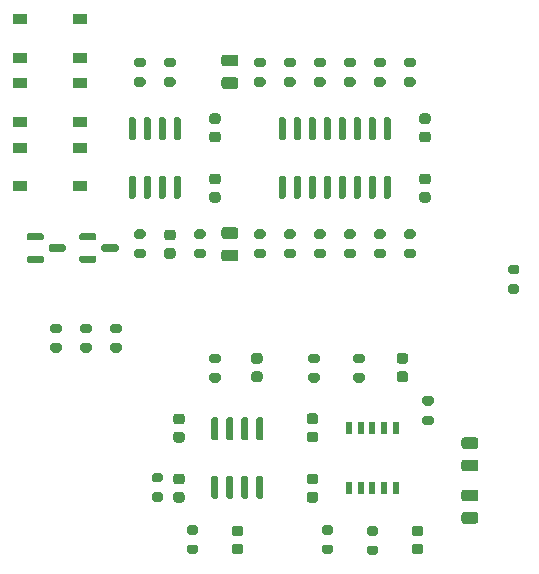
<source format=gtp>
G04 #@! TF.GenerationSoftware,KiCad,Pcbnew,6.0.5+dfsg-1~bpo11+1*
G04 #@! TF.CreationDate,2022-08-08T19:40:30+00:00*
G04 #@! TF.ProjectId,late_MS20_VCF_plug_in_board,6c617465-5f4d-4533-9230-5f5643465f70,0.1*
G04 #@! TF.SameCoordinates,Original*
G04 #@! TF.FileFunction,Paste,Top*
G04 #@! TF.FilePolarity,Positive*
%FSLAX46Y46*%
G04 Gerber Fmt 4.6, Leading zero omitted, Abs format (unit mm)*
G04 Created by KiCad (PCBNEW 6.0.5+dfsg-1~bpo11+1) date 2022-08-08 19:40:30*
%MOMM*%
%LPD*%
G01*
G04 APERTURE LIST*
%ADD10R,1.200000X0.900000*%
%ADD11R,0.510000X1.100000*%
G04 APERTURE END LIST*
G36*
G01*
X167490000Y-84815000D02*
X167790000Y-84815000D01*
G75*
G02*
X167940000Y-84965000I0J-150000D01*
G01*
X167940000Y-86615000D01*
G75*
G02*
X167790000Y-86765000I-150000J0D01*
G01*
X167490000Y-86765000D01*
G75*
G02*
X167340000Y-86615000I0J150000D01*
G01*
X167340000Y-84965000D01*
G75*
G02*
X167490000Y-84815000I150000J0D01*
G01*
G37*
G36*
G01*
X166220000Y-84815000D02*
X166520000Y-84815000D01*
G75*
G02*
X166670000Y-84965000I0J-150000D01*
G01*
X166670000Y-86615000D01*
G75*
G02*
X166520000Y-86765000I-150000J0D01*
G01*
X166220000Y-86765000D01*
G75*
G02*
X166070000Y-86615000I0J150000D01*
G01*
X166070000Y-84965000D01*
G75*
G02*
X166220000Y-84815000I150000J0D01*
G01*
G37*
G36*
G01*
X164950000Y-84815000D02*
X165250000Y-84815000D01*
G75*
G02*
X165400000Y-84965000I0J-150000D01*
G01*
X165400000Y-86615000D01*
G75*
G02*
X165250000Y-86765000I-150000J0D01*
G01*
X164950000Y-86765000D01*
G75*
G02*
X164800000Y-86615000I0J150000D01*
G01*
X164800000Y-84965000D01*
G75*
G02*
X164950000Y-84815000I150000J0D01*
G01*
G37*
G36*
G01*
X163680000Y-84815000D02*
X163980000Y-84815000D01*
G75*
G02*
X164130000Y-84965000I0J-150000D01*
G01*
X164130000Y-86615000D01*
G75*
G02*
X163980000Y-86765000I-150000J0D01*
G01*
X163680000Y-86765000D01*
G75*
G02*
X163530000Y-86615000I0J150000D01*
G01*
X163530000Y-84965000D01*
G75*
G02*
X163680000Y-84815000I150000J0D01*
G01*
G37*
G36*
G01*
X162410000Y-84815000D02*
X162710000Y-84815000D01*
G75*
G02*
X162860000Y-84965000I0J-150000D01*
G01*
X162860000Y-86615000D01*
G75*
G02*
X162710000Y-86765000I-150000J0D01*
G01*
X162410000Y-86765000D01*
G75*
G02*
X162260000Y-86615000I0J150000D01*
G01*
X162260000Y-84965000D01*
G75*
G02*
X162410000Y-84815000I150000J0D01*
G01*
G37*
G36*
G01*
X161140000Y-84815000D02*
X161440000Y-84815000D01*
G75*
G02*
X161590000Y-84965000I0J-150000D01*
G01*
X161590000Y-86615000D01*
G75*
G02*
X161440000Y-86765000I-150000J0D01*
G01*
X161140000Y-86765000D01*
G75*
G02*
X160990000Y-86615000I0J150000D01*
G01*
X160990000Y-84965000D01*
G75*
G02*
X161140000Y-84815000I150000J0D01*
G01*
G37*
G36*
G01*
X159870000Y-84815000D02*
X160170000Y-84815000D01*
G75*
G02*
X160320000Y-84965000I0J-150000D01*
G01*
X160320000Y-86615000D01*
G75*
G02*
X160170000Y-86765000I-150000J0D01*
G01*
X159870000Y-86765000D01*
G75*
G02*
X159720000Y-86615000I0J150000D01*
G01*
X159720000Y-84965000D01*
G75*
G02*
X159870000Y-84815000I150000J0D01*
G01*
G37*
G36*
G01*
X158600000Y-84815000D02*
X158900000Y-84815000D01*
G75*
G02*
X159050000Y-84965000I0J-150000D01*
G01*
X159050000Y-86615000D01*
G75*
G02*
X158900000Y-86765000I-150000J0D01*
G01*
X158600000Y-86765000D01*
G75*
G02*
X158450000Y-86615000I0J150000D01*
G01*
X158450000Y-84965000D01*
G75*
G02*
X158600000Y-84815000I150000J0D01*
G01*
G37*
G36*
G01*
X158600000Y-89765000D02*
X158900000Y-89765000D01*
G75*
G02*
X159050000Y-89915000I0J-150000D01*
G01*
X159050000Y-91565000D01*
G75*
G02*
X158900000Y-91715000I-150000J0D01*
G01*
X158600000Y-91715000D01*
G75*
G02*
X158450000Y-91565000I0J150000D01*
G01*
X158450000Y-89915000D01*
G75*
G02*
X158600000Y-89765000I150000J0D01*
G01*
G37*
G36*
G01*
X159870000Y-89765000D02*
X160170000Y-89765000D01*
G75*
G02*
X160320000Y-89915000I0J-150000D01*
G01*
X160320000Y-91565000D01*
G75*
G02*
X160170000Y-91715000I-150000J0D01*
G01*
X159870000Y-91715000D01*
G75*
G02*
X159720000Y-91565000I0J150000D01*
G01*
X159720000Y-89915000D01*
G75*
G02*
X159870000Y-89765000I150000J0D01*
G01*
G37*
G36*
G01*
X161140000Y-89765000D02*
X161440000Y-89765000D01*
G75*
G02*
X161590000Y-89915000I0J-150000D01*
G01*
X161590000Y-91565000D01*
G75*
G02*
X161440000Y-91715000I-150000J0D01*
G01*
X161140000Y-91715000D01*
G75*
G02*
X160990000Y-91565000I0J150000D01*
G01*
X160990000Y-89915000D01*
G75*
G02*
X161140000Y-89765000I150000J0D01*
G01*
G37*
G36*
G01*
X162410000Y-89765000D02*
X162710000Y-89765000D01*
G75*
G02*
X162860000Y-89915000I0J-150000D01*
G01*
X162860000Y-91565000D01*
G75*
G02*
X162710000Y-91715000I-150000J0D01*
G01*
X162410000Y-91715000D01*
G75*
G02*
X162260000Y-91565000I0J150000D01*
G01*
X162260000Y-89915000D01*
G75*
G02*
X162410000Y-89765000I150000J0D01*
G01*
G37*
G36*
G01*
X163680000Y-89765000D02*
X163980000Y-89765000D01*
G75*
G02*
X164130000Y-89915000I0J-150000D01*
G01*
X164130000Y-91565000D01*
G75*
G02*
X163980000Y-91715000I-150000J0D01*
G01*
X163680000Y-91715000D01*
G75*
G02*
X163530000Y-91565000I0J150000D01*
G01*
X163530000Y-89915000D01*
G75*
G02*
X163680000Y-89765000I150000J0D01*
G01*
G37*
G36*
G01*
X164950000Y-89765000D02*
X165250000Y-89765000D01*
G75*
G02*
X165400000Y-89915000I0J-150000D01*
G01*
X165400000Y-91565000D01*
G75*
G02*
X165250000Y-91715000I-150000J0D01*
G01*
X164950000Y-91715000D01*
G75*
G02*
X164800000Y-91565000I0J150000D01*
G01*
X164800000Y-89915000D01*
G75*
G02*
X164950000Y-89765000I150000J0D01*
G01*
G37*
G36*
G01*
X166220000Y-89765000D02*
X166520000Y-89765000D01*
G75*
G02*
X166670000Y-89915000I0J-150000D01*
G01*
X166670000Y-91565000D01*
G75*
G02*
X166520000Y-91715000I-150000J0D01*
G01*
X166220000Y-91715000D01*
G75*
G02*
X166070000Y-91565000I0J150000D01*
G01*
X166070000Y-89915000D01*
G75*
G02*
X166220000Y-89765000I150000J0D01*
G01*
G37*
G36*
G01*
X167490000Y-89765000D02*
X167790000Y-89765000D01*
G75*
G02*
X167940000Y-89915000I0J-150000D01*
G01*
X167940000Y-91565000D01*
G75*
G02*
X167790000Y-91715000I-150000J0D01*
G01*
X167490000Y-91715000D01*
G75*
G02*
X167340000Y-91565000I0J150000D01*
G01*
X167340000Y-89915000D01*
G75*
G02*
X167490000Y-89765000I150000J0D01*
G01*
G37*
G36*
G01*
X161040000Y-109887000D02*
X161540000Y-109887000D01*
G75*
G02*
X161765000Y-110112000I0J-225000D01*
G01*
X161765000Y-110562000D01*
G75*
G02*
X161540000Y-110787000I-225000J0D01*
G01*
X161040000Y-110787000D01*
G75*
G02*
X160815000Y-110562000I0J225000D01*
G01*
X160815000Y-110112000D01*
G75*
G02*
X161040000Y-109887000I225000J0D01*
G01*
G37*
G36*
G01*
X161040000Y-111437000D02*
X161540000Y-111437000D01*
G75*
G02*
X161765000Y-111662000I0J-225000D01*
G01*
X161765000Y-112112000D01*
G75*
G02*
X161540000Y-112337000I-225000J0D01*
G01*
X161040000Y-112337000D01*
G75*
G02*
X160815000Y-112112000I0J225000D01*
G01*
X160815000Y-111662000D01*
G75*
G02*
X161040000Y-111437000I225000J0D01*
G01*
G37*
G36*
G01*
X149475000Y-96790000D02*
X148975000Y-96790000D01*
G75*
G02*
X148750000Y-96565000I0J225000D01*
G01*
X148750000Y-96115000D01*
G75*
G02*
X148975000Y-95890000I225000J0D01*
G01*
X149475000Y-95890000D01*
G75*
G02*
X149700000Y-96115000I0J-225000D01*
G01*
X149700000Y-96565000D01*
G75*
G02*
X149475000Y-96790000I-225000J0D01*
G01*
G37*
G36*
G01*
X149475000Y-95240000D02*
X148975000Y-95240000D01*
G75*
G02*
X148750000Y-95015000I0J225000D01*
G01*
X148750000Y-94565000D01*
G75*
G02*
X148975000Y-94340000I225000J0D01*
G01*
X149475000Y-94340000D01*
G75*
G02*
X149700000Y-94565000I0J-225000D01*
G01*
X149700000Y-95015000D01*
G75*
G02*
X149475000Y-95240000I-225000J0D01*
G01*
G37*
G36*
G01*
X164740000Y-82227500D02*
X164190000Y-82227500D01*
G75*
G02*
X163990000Y-82027500I0J200000D01*
G01*
X163990000Y-81627500D01*
G75*
G02*
X164190000Y-81427500I200000J0D01*
G01*
X164740000Y-81427500D01*
G75*
G02*
X164940000Y-81627500I0J-200000D01*
G01*
X164940000Y-82027500D01*
G75*
G02*
X164740000Y-82227500I-200000J0D01*
G01*
G37*
G36*
G01*
X164740000Y-80577500D02*
X164190000Y-80577500D01*
G75*
G02*
X163990000Y-80377500I0J200000D01*
G01*
X163990000Y-79977500D01*
G75*
G02*
X164190000Y-79777500I200000J0D01*
G01*
X164740000Y-79777500D01*
G75*
G02*
X164940000Y-79977500I0J-200000D01*
G01*
X164940000Y-80377500D01*
G75*
G02*
X164740000Y-80577500I-200000J0D01*
G01*
G37*
G36*
G01*
X156695000Y-110215000D02*
X156995000Y-110215000D01*
G75*
G02*
X157145000Y-110365000I0J-150000D01*
G01*
X157145000Y-112015000D01*
G75*
G02*
X156995000Y-112165000I-150000J0D01*
G01*
X156695000Y-112165000D01*
G75*
G02*
X156545000Y-112015000I0J150000D01*
G01*
X156545000Y-110365000D01*
G75*
G02*
X156695000Y-110215000I150000J0D01*
G01*
G37*
G36*
G01*
X155425000Y-110215000D02*
X155725000Y-110215000D01*
G75*
G02*
X155875000Y-110365000I0J-150000D01*
G01*
X155875000Y-112015000D01*
G75*
G02*
X155725000Y-112165000I-150000J0D01*
G01*
X155425000Y-112165000D01*
G75*
G02*
X155275000Y-112015000I0J150000D01*
G01*
X155275000Y-110365000D01*
G75*
G02*
X155425000Y-110215000I150000J0D01*
G01*
G37*
G36*
G01*
X154155000Y-110215000D02*
X154455000Y-110215000D01*
G75*
G02*
X154605000Y-110365000I0J-150000D01*
G01*
X154605000Y-112015000D01*
G75*
G02*
X154455000Y-112165000I-150000J0D01*
G01*
X154155000Y-112165000D01*
G75*
G02*
X154005000Y-112015000I0J150000D01*
G01*
X154005000Y-110365000D01*
G75*
G02*
X154155000Y-110215000I150000J0D01*
G01*
G37*
G36*
G01*
X152885000Y-110215000D02*
X153185000Y-110215000D01*
G75*
G02*
X153335000Y-110365000I0J-150000D01*
G01*
X153335000Y-112015000D01*
G75*
G02*
X153185000Y-112165000I-150000J0D01*
G01*
X152885000Y-112165000D01*
G75*
G02*
X152735000Y-112015000I0J150000D01*
G01*
X152735000Y-110365000D01*
G75*
G02*
X152885000Y-110215000I150000J0D01*
G01*
G37*
G36*
G01*
X152885000Y-115165000D02*
X153185000Y-115165000D01*
G75*
G02*
X153335000Y-115315000I0J-150000D01*
G01*
X153335000Y-116965000D01*
G75*
G02*
X153185000Y-117115000I-150000J0D01*
G01*
X152885000Y-117115000D01*
G75*
G02*
X152735000Y-116965000I0J150000D01*
G01*
X152735000Y-115315000D01*
G75*
G02*
X152885000Y-115165000I150000J0D01*
G01*
G37*
G36*
G01*
X154155000Y-115165000D02*
X154455000Y-115165000D01*
G75*
G02*
X154605000Y-115315000I0J-150000D01*
G01*
X154605000Y-116965000D01*
G75*
G02*
X154455000Y-117115000I-150000J0D01*
G01*
X154155000Y-117115000D01*
G75*
G02*
X154005000Y-116965000I0J150000D01*
G01*
X154005000Y-115315000D01*
G75*
G02*
X154155000Y-115165000I150000J0D01*
G01*
G37*
G36*
G01*
X155425000Y-115165000D02*
X155725000Y-115165000D01*
G75*
G02*
X155875000Y-115315000I0J-150000D01*
G01*
X155875000Y-116965000D01*
G75*
G02*
X155725000Y-117115000I-150000J0D01*
G01*
X155425000Y-117115000D01*
G75*
G02*
X155275000Y-116965000I0J150000D01*
G01*
X155275000Y-115315000D01*
G75*
G02*
X155425000Y-115165000I150000J0D01*
G01*
G37*
G36*
G01*
X156695000Y-115165000D02*
X156995000Y-115165000D01*
G75*
G02*
X157145000Y-115315000I0J-150000D01*
G01*
X157145000Y-116965000D01*
G75*
G02*
X156995000Y-117115000I-150000J0D01*
G01*
X156695000Y-117115000D01*
G75*
G02*
X156545000Y-116965000I0J150000D01*
G01*
X156545000Y-115315000D01*
G75*
G02*
X156695000Y-115165000I150000J0D01*
G01*
G37*
G36*
G01*
X152785000Y-84487000D02*
X153285000Y-84487000D01*
G75*
G02*
X153510000Y-84712000I0J-225000D01*
G01*
X153510000Y-85162000D01*
G75*
G02*
X153285000Y-85387000I-225000J0D01*
G01*
X152785000Y-85387000D01*
G75*
G02*
X152560000Y-85162000I0J225000D01*
G01*
X152560000Y-84712000D01*
G75*
G02*
X152785000Y-84487000I225000J0D01*
G01*
G37*
G36*
G01*
X152785000Y-86037000D02*
X153285000Y-86037000D01*
G75*
G02*
X153510000Y-86262000I0J-225000D01*
G01*
X153510000Y-86712000D01*
G75*
G02*
X153285000Y-86937000I-225000J0D01*
G01*
X152785000Y-86937000D01*
G75*
G02*
X152560000Y-86712000I0J225000D01*
G01*
X152560000Y-86262000D01*
G75*
G02*
X152785000Y-86037000I225000J0D01*
G01*
G37*
G36*
G01*
X141532500Y-95085000D02*
X141532500Y-94785000D01*
G75*
G02*
X141682500Y-94635000I150000J0D01*
G01*
X142857500Y-94635000D01*
G75*
G02*
X143007500Y-94785000I0J-150000D01*
G01*
X143007500Y-95085000D01*
G75*
G02*
X142857500Y-95235000I-150000J0D01*
G01*
X141682500Y-95235000D01*
G75*
G02*
X141532500Y-95085000I0J150000D01*
G01*
G37*
G36*
G01*
X141532500Y-96985000D02*
X141532500Y-96685000D01*
G75*
G02*
X141682500Y-96535000I150000J0D01*
G01*
X142857500Y-96535000D01*
G75*
G02*
X143007500Y-96685000I0J-150000D01*
G01*
X143007500Y-96985000D01*
G75*
G02*
X142857500Y-97135000I-150000J0D01*
G01*
X141682500Y-97135000D01*
G75*
G02*
X141532500Y-96985000I0J150000D01*
G01*
G37*
G36*
G01*
X143407500Y-96035000D02*
X143407500Y-95735000D01*
G75*
G02*
X143557500Y-95585000I150000J0D01*
G01*
X144732500Y-95585000D01*
G75*
G02*
X144882500Y-95735000I0J-150000D01*
G01*
X144882500Y-96035000D01*
G75*
G02*
X144732500Y-96185000I-150000J0D01*
G01*
X143557500Y-96185000D01*
G75*
G02*
X143407500Y-96035000I0J150000D01*
G01*
G37*
G36*
G01*
X147883200Y-114929200D02*
X148433200Y-114929200D01*
G75*
G02*
X148633200Y-115129200I0J-200000D01*
G01*
X148633200Y-115529200D01*
G75*
G02*
X148433200Y-115729200I-200000J0D01*
G01*
X147883200Y-115729200D01*
G75*
G02*
X147683200Y-115529200I0J200000D01*
G01*
X147683200Y-115129200D01*
G75*
G02*
X147883200Y-114929200I200000J0D01*
G01*
G37*
G36*
G01*
X147883200Y-116579200D02*
X148433200Y-116579200D01*
G75*
G02*
X148633200Y-116779200I0J-200000D01*
G01*
X148633200Y-117179200D01*
G75*
G02*
X148433200Y-117379200I-200000J0D01*
G01*
X147883200Y-117379200D01*
G75*
G02*
X147683200Y-117179200I0J200000D01*
G01*
X147683200Y-116779200D01*
G75*
G02*
X147883200Y-116579200I200000J0D01*
G01*
G37*
G36*
G01*
X166730000Y-94302500D02*
X167280000Y-94302500D01*
G75*
G02*
X167480000Y-94502500I0J-200000D01*
G01*
X167480000Y-94902500D01*
G75*
G02*
X167280000Y-95102500I-200000J0D01*
G01*
X166730000Y-95102500D01*
G75*
G02*
X166530000Y-94902500I0J200000D01*
G01*
X166530000Y-94502500D01*
G75*
G02*
X166730000Y-94302500I200000J0D01*
G01*
G37*
G36*
G01*
X166730000Y-95952500D02*
X167280000Y-95952500D01*
G75*
G02*
X167480000Y-96152500I0J-200000D01*
G01*
X167480000Y-96552500D01*
G75*
G02*
X167280000Y-96752500I-200000J0D01*
G01*
X166730000Y-96752500D01*
G75*
G02*
X166530000Y-96552500I0J200000D01*
G01*
X166530000Y-96152500D01*
G75*
G02*
X166730000Y-95952500I200000J0D01*
G01*
G37*
G36*
G01*
X162835000Y-121795000D02*
X162285000Y-121795000D01*
G75*
G02*
X162085000Y-121595000I0J200000D01*
G01*
X162085000Y-121195000D01*
G75*
G02*
X162285000Y-120995000I200000J0D01*
G01*
X162835000Y-120995000D01*
G75*
G02*
X163035000Y-121195000I0J-200000D01*
G01*
X163035000Y-121595000D01*
G75*
G02*
X162835000Y-121795000I-200000J0D01*
G01*
G37*
G36*
G01*
X162835000Y-120145000D02*
X162285000Y-120145000D01*
G75*
G02*
X162085000Y-119945000I0J200000D01*
G01*
X162085000Y-119545000D01*
G75*
G02*
X162285000Y-119345000I200000J0D01*
G01*
X162835000Y-119345000D01*
G75*
G02*
X163035000Y-119545000I0J-200000D01*
G01*
X163035000Y-119945000D01*
G75*
G02*
X162835000Y-120145000I-200000J0D01*
G01*
G37*
G36*
G01*
X159660000Y-82227500D02*
X159110000Y-82227500D01*
G75*
G02*
X158910000Y-82027500I0J200000D01*
G01*
X158910000Y-81627500D01*
G75*
G02*
X159110000Y-81427500I200000J0D01*
G01*
X159660000Y-81427500D01*
G75*
G02*
X159860000Y-81627500I0J-200000D01*
G01*
X159860000Y-82027500D01*
G75*
G02*
X159660000Y-82227500I-200000J0D01*
G01*
G37*
G36*
G01*
X159660000Y-80577500D02*
X159110000Y-80577500D01*
G75*
G02*
X158910000Y-80377500I0J200000D01*
G01*
X158910000Y-79977500D01*
G75*
G02*
X159110000Y-79777500I200000J0D01*
G01*
X159660000Y-79777500D01*
G75*
G02*
X159860000Y-79977500I0J-200000D01*
G01*
X159860000Y-80377500D01*
G75*
G02*
X159660000Y-80577500I-200000J0D01*
G01*
G37*
G36*
G01*
X170565000Y-89593000D02*
X171065000Y-89593000D01*
G75*
G02*
X171290000Y-89818000I0J-225000D01*
G01*
X171290000Y-90268000D01*
G75*
G02*
X171065000Y-90493000I-225000J0D01*
G01*
X170565000Y-90493000D01*
G75*
G02*
X170340000Y-90268000I0J225000D01*
G01*
X170340000Y-89818000D01*
G75*
G02*
X170565000Y-89593000I225000J0D01*
G01*
G37*
G36*
G01*
X170565000Y-91143000D02*
X171065000Y-91143000D01*
G75*
G02*
X171290000Y-91368000I0J-225000D01*
G01*
X171290000Y-91818000D01*
G75*
G02*
X171065000Y-92043000I-225000J0D01*
G01*
X170565000Y-92043000D01*
G75*
G02*
X170340000Y-91818000I0J225000D01*
G01*
X170340000Y-91368000D01*
G75*
G02*
X170565000Y-91143000I225000J0D01*
G01*
G37*
D10*
X136525000Y-90675000D03*
X136525000Y-87375000D03*
G36*
G01*
X162200000Y-82227500D02*
X161650000Y-82227500D01*
G75*
G02*
X161450000Y-82027500I0J200000D01*
G01*
X161450000Y-81627500D01*
G75*
G02*
X161650000Y-81427500I200000J0D01*
G01*
X162200000Y-81427500D01*
G75*
G02*
X162400000Y-81627500I0J-200000D01*
G01*
X162400000Y-82027500D01*
G75*
G02*
X162200000Y-82227500I-200000J0D01*
G01*
G37*
G36*
G01*
X162200000Y-80577500D02*
X161650000Y-80577500D01*
G75*
G02*
X161450000Y-80377500I0J200000D01*
G01*
X161450000Y-79977500D01*
G75*
G02*
X161650000Y-79777500I200000J0D01*
G01*
X162200000Y-79777500D01*
G75*
G02*
X162400000Y-79977500I0J-200000D01*
G01*
X162400000Y-80377500D01*
G75*
G02*
X162200000Y-80577500I-200000J0D01*
G01*
G37*
G36*
G01*
X165502000Y-107270000D02*
X164952000Y-107270000D01*
G75*
G02*
X164752000Y-107070000I0J200000D01*
G01*
X164752000Y-106670000D01*
G75*
G02*
X164952000Y-106470000I200000J0D01*
G01*
X165502000Y-106470000D01*
G75*
G02*
X165702000Y-106670000I0J-200000D01*
G01*
X165702000Y-107070000D01*
G75*
G02*
X165502000Y-107270000I-200000J0D01*
G01*
G37*
G36*
G01*
X165502000Y-105620000D02*
X164952000Y-105620000D01*
G75*
G02*
X164752000Y-105420000I0J200000D01*
G01*
X164752000Y-105020000D01*
G75*
G02*
X164952000Y-104820000I200000J0D01*
G01*
X165502000Y-104820000D01*
G75*
G02*
X165702000Y-105020000I0J-200000D01*
G01*
X165702000Y-105420000D01*
G75*
G02*
X165502000Y-105620000I-200000J0D01*
G01*
G37*
G36*
G01*
X174150000Y-116340000D02*
X175100000Y-116340000D01*
G75*
G02*
X175350000Y-116590000I0J-250000D01*
G01*
X175350000Y-117090000D01*
G75*
G02*
X175100000Y-117340000I-250000J0D01*
G01*
X174150000Y-117340000D01*
G75*
G02*
X173900000Y-117090000I0J250000D01*
G01*
X173900000Y-116590000D01*
G75*
G02*
X174150000Y-116340000I250000J0D01*
G01*
G37*
G36*
G01*
X174150000Y-118240000D02*
X175100000Y-118240000D01*
G75*
G02*
X175350000Y-118490000I0J-250000D01*
G01*
X175350000Y-118990000D01*
G75*
G02*
X175100000Y-119240000I-250000J0D01*
G01*
X174150000Y-119240000D01*
G75*
G02*
X173900000Y-118990000I0J250000D01*
G01*
X173900000Y-118490000D01*
G75*
G02*
X174150000Y-118240000I250000J0D01*
G01*
G37*
G36*
G01*
X155190000Y-121832500D02*
X154690000Y-121832500D01*
G75*
G02*
X154465000Y-121607500I0J225000D01*
G01*
X154465000Y-121157500D01*
G75*
G02*
X154690000Y-120932500I225000J0D01*
G01*
X155190000Y-120932500D01*
G75*
G02*
X155415000Y-121157500I0J-225000D01*
G01*
X155415000Y-121607500D01*
G75*
G02*
X155190000Y-121832500I-225000J0D01*
G01*
G37*
G36*
G01*
X155190000Y-120282500D02*
X154690000Y-120282500D01*
G75*
G02*
X154465000Y-120057500I0J225000D01*
G01*
X154465000Y-119607500D01*
G75*
G02*
X154690000Y-119382500I225000J0D01*
G01*
X155190000Y-119382500D01*
G75*
G02*
X155415000Y-119607500I0J-225000D01*
G01*
X155415000Y-120057500D01*
G75*
G02*
X155190000Y-120282500I-225000J0D01*
G01*
G37*
G36*
G01*
X178608400Y-99751600D02*
X178058400Y-99751600D01*
G75*
G02*
X177858400Y-99551600I0J200000D01*
G01*
X177858400Y-99151600D01*
G75*
G02*
X178058400Y-98951600I200000J0D01*
G01*
X178608400Y-98951600D01*
G75*
G02*
X178808400Y-99151600I0J-200000D01*
G01*
X178808400Y-99551600D01*
G75*
G02*
X178608400Y-99751600I-200000J0D01*
G01*
G37*
G36*
G01*
X178608400Y-98101600D02*
X178058400Y-98101600D01*
G75*
G02*
X177858400Y-97901600I0J200000D01*
G01*
X177858400Y-97501600D01*
G75*
G02*
X178058400Y-97301600I200000J0D01*
G01*
X178608400Y-97301600D01*
G75*
G02*
X178808400Y-97501600I0J-200000D01*
G01*
X178808400Y-97901600D01*
G75*
G02*
X178608400Y-98101600I-200000J0D01*
G01*
G37*
G36*
G01*
X149737000Y-114993000D02*
X150237000Y-114993000D01*
G75*
G02*
X150462000Y-115218000I0J-225000D01*
G01*
X150462000Y-115668000D01*
G75*
G02*
X150237000Y-115893000I-225000J0D01*
G01*
X149737000Y-115893000D01*
G75*
G02*
X149512000Y-115668000I0J225000D01*
G01*
X149512000Y-115218000D01*
G75*
G02*
X149737000Y-114993000I225000J0D01*
G01*
G37*
G36*
G01*
X149737000Y-116543000D02*
X150237000Y-116543000D01*
G75*
G02*
X150462000Y-116768000I0J-225000D01*
G01*
X150462000Y-117218000D01*
G75*
G02*
X150237000Y-117443000I-225000J0D01*
G01*
X149737000Y-117443000D01*
G75*
G02*
X149512000Y-117218000I0J225000D01*
G01*
X149512000Y-116768000D01*
G75*
G02*
X149737000Y-116543000I225000J0D01*
G01*
G37*
G36*
G01*
X169930000Y-119382500D02*
X170430000Y-119382500D01*
G75*
G02*
X170655000Y-119607500I0J-225000D01*
G01*
X170655000Y-120057500D01*
G75*
G02*
X170430000Y-120282500I-225000J0D01*
G01*
X169930000Y-120282500D01*
G75*
G02*
X169705000Y-120057500I0J225000D01*
G01*
X169705000Y-119607500D01*
G75*
G02*
X169930000Y-119382500I225000J0D01*
G01*
G37*
G36*
G01*
X169930000Y-120932500D02*
X170430000Y-120932500D01*
G75*
G02*
X170655000Y-121157500I0J-225000D01*
G01*
X170655000Y-121607500D01*
G75*
G02*
X170430000Y-121832500I-225000J0D01*
G01*
X169930000Y-121832500D01*
G75*
G02*
X169705000Y-121607500I0J225000D01*
G01*
X169705000Y-121157500D01*
G75*
G02*
X169930000Y-120932500I225000J0D01*
G01*
G37*
G36*
G01*
X161040000Y-114993000D02*
X161540000Y-114993000D01*
G75*
G02*
X161765000Y-115218000I0J-225000D01*
G01*
X161765000Y-115668000D01*
G75*
G02*
X161540000Y-115893000I-225000J0D01*
G01*
X161040000Y-115893000D01*
G75*
G02*
X160815000Y-115668000I0J225000D01*
G01*
X160815000Y-115218000D01*
G75*
G02*
X161040000Y-114993000I225000J0D01*
G01*
G37*
G36*
G01*
X161040000Y-116543000D02*
X161540000Y-116543000D01*
G75*
G02*
X161765000Y-116768000I0J-225000D01*
G01*
X161765000Y-117218000D01*
G75*
G02*
X161540000Y-117443000I-225000J0D01*
G01*
X161040000Y-117443000D01*
G75*
G02*
X160815000Y-117218000I0J225000D01*
G01*
X160815000Y-116768000D01*
G75*
G02*
X161040000Y-116543000I225000J0D01*
G01*
G37*
G36*
G01*
X148950000Y-79777500D02*
X149500000Y-79777500D01*
G75*
G02*
X149700000Y-79977500I0J-200000D01*
G01*
X149700000Y-80377500D01*
G75*
G02*
X149500000Y-80577500I-200000J0D01*
G01*
X148950000Y-80577500D01*
G75*
G02*
X148750000Y-80377500I0J200000D01*
G01*
X148750000Y-79977500D01*
G75*
G02*
X148950000Y-79777500I200000J0D01*
G01*
G37*
G36*
G01*
X148950000Y-81427500D02*
X149500000Y-81427500D01*
G75*
G02*
X149700000Y-81627500I0J-200000D01*
G01*
X149700000Y-82027500D01*
G75*
G02*
X149500000Y-82227500I-200000J0D01*
G01*
X148950000Y-82227500D01*
G75*
G02*
X148750000Y-82027500I0J200000D01*
G01*
X148750000Y-81627500D01*
G75*
G02*
X148950000Y-81427500I200000J0D01*
G01*
G37*
G36*
G01*
X151490000Y-94302500D02*
X152040000Y-94302500D01*
G75*
G02*
X152240000Y-94502500I0J-200000D01*
G01*
X152240000Y-94902500D01*
G75*
G02*
X152040000Y-95102500I-200000J0D01*
G01*
X151490000Y-95102500D01*
G75*
G02*
X151290000Y-94902500I0J200000D01*
G01*
X151290000Y-94502500D01*
G75*
G02*
X151490000Y-94302500I200000J0D01*
G01*
G37*
G36*
G01*
X151490000Y-95952500D02*
X152040000Y-95952500D01*
G75*
G02*
X152240000Y-96152500I0J-200000D01*
G01*
X152240000Y-96552500D01*
G75*
G02*
X152040000Y-96752500I-200000J0D01*
G01*
X151490000Y-96752500D01*
G75*
G02*
X151290000Y-96552500I0J200000D01*
G01*
X151290000Y-96152500D01*
G75*
G02*
X151490000Y-95952500I200000J0D01*
G01*
G37*
G36*
G01*
X149737000Y-109900000D02*
X150237000Y-109900000D01*
G75*
G02*
X150462000Y-110125000I0J-225000D01*
G01*
X150462000Y-110575000D01*
G75*
G02*
X150237000Y-110800000I-225000J0D01*
G01*
X149737000Y-110800000D01*
G75*
G02*
X149512000Y-110575000I0J225000D01*
G01*
X149512000Y-110125000D01*
G75*
G02*
X149737000Y-109900000I225000J0D01*
G01*
G37*
G36*
G01*
X149737000Y-111450000D02*
X150237000Y-111450000D01*
G75*
G02*
X150462000Y-111675000I0J-225000D01*
G01*
X150462000Y-112125000D01*
G75*
G02*
X150237000Y-112350000I-225000J0D01*
G01*
X149737000Y-112350000D01*
G75*
G02*
X149512000Y-112125000I0J225000D01*
G01*
X149512000Y-111675000D01*
G75*
G02*
X149737000Y-111450000I225000J0D01*
G01*
G37*
G36*
G01*
X154780000Y-82415000D02*
X153830000Y-82415000D01*
G75*
G02*
X153580000Y-82165000I0J250000D01*
G01*
X153580000Y-81665000D01*
G75*
G02*
X153830000Y-81415000I250000J0D01*
G01*
X154780000Y-81415000D01*
G75*
G02*
X155030000Y-81665000I0J-250000D01*
G01*
X155030000Y-82165000D01*
G75*
G02*
X154780000Y-82415000I-250000J0D01*
G01*
G37*
G36*
G01*
X154780000Y-80515000D02*
X153830000Y-80515000D01*
G75*
G02*
X153580000Y-80265000I0J250000D01*
G01*
X153580000Y-79765000D01*
G75*
G02*
X153830000Y-79515000I250000J0D01*
G01*
X154780000Y-79515000D01*
G75*
G02*
X155030000Y-79765000I0J-250000D01*
G01*
X155030000Y-80265000D01*
G75*
G02*
X154780000Y-80515000I-250000J0D01*
G01*
G37*
G36*
G01*
X146960000Y-82227500D02*
X146410000Y-82227500D01*
G75*
G02*
X146210000Y-82027500I0J200000D01*
G01*
X146210000Y-81627500D01*
G75*
G02*
X146410000Y-81427500I200000J0D01*
G01*
X146960000Y-81427500D01*
G75*
G02*
X147160000Y-81627500I0J-200000D01*
G01*
X147160000Y-82027500D01*
G75*
G02*
X146960000Y-82227500I-200000J0D01*
G01*
G37*
G36*
G01*
X146960000Y-80577500D02*
X146410000Y-80577500D01*
G75*
G02*
X146210000Y-80377500I0J200000D01*
G01*
X146210000Y-79977500D01*
G75*
G02*
X146410000Y-79777500I200000J0D01*
G01*
X146960000Y-79777500D01*
G75*
G02*
X147160000Y-79977500I0J-200000D01*
G01*
X147160000Y-80377500D01*
G75*
G02*
X146960000Y-80577500I-200000J0D01*
G01*
G37*
G36*
G01*
X149710000Y-84815000D02*
X150010000Y-84815000D01*
G75*
G02*
X150160000Y-84965000I0J-150000D01*
G01*
X150160000Y-86615000D01*
G75*
G02*
X150010000Y-86765000I-150000J0D01*
G01*
X149710000Y-86765000D01*
G75*
G02*
X149560000Y-86615000I0J150000D01*
G01*
X149560000Y-84965000D01*
G75*
G02*
X149710000Y-84815000I150000J0D01*
G01*
G37*
G36*
G01*
X148440000Y-84815000D02*
X148740000Y-84815000D01*
G75*
G02*
X148890000Y-84965000I0J-150000D01*
G01*
X148890000Y-86615000D01*
G75*
G02*
X148740000Y-86765000I-150000J0D01*
G01*
X148440000Y-86765000D01*
G75*
G02*
X148290000Y-86615000I0J150000D01*
G01*
X148290000Y-84965000D01*
G75*
G02*
X148440000Y-84815000I150000J0D01*
G01*
G37*
G36*
G01*
X147170000Y-84815000D02*
X147470000Y-84815000D01*
G75*
G02*
X147620000Y-84965000I0J-150000D01*
G01*
X147620000Y-86615000D01*
G75*
G02*
X147470000Y-86765000I-150000J0D01*
G01*
X147170000Y-86765000D01*
G75*
G02*
X147020000Y-86615000I0J150000D01*
G01*
X147020000Y-84965000D01*
G75*
G02*
X147170000Y-84815000I150000J0D01*
G01*
G37*
G36*
G01*
X145900000Y-84815000D02*
X146200000Y-84815000D01*
G75*
G02*
X146350000Y-84965000I0J-150000D01*
G01*
X146350000Y-86615000D01*
G75*
G02*
X146200000Y-86765000I-150000J0D01*
G01*
X145900000Y-86765000D01*
G75*
G02*
X145750000Y-86615000I0J150000D01*
G01*
X145750000Y-84965000D01*
G75*
G02*
X145900000Y-84815000I150000J0D01*
G01*
G37*
G36*
G01*
X145900000Y-89765000D02*
X146200000Y-89765000D01*
G75*
G02*
X146350000Y-89915000I0J-150000D01*
G01*
X146350000Y-91565000D01*
G75*
G02*
X146200000Y-91715000I-150000J0D01*
G01*
X145900000Y-91715000D01*
G75*
G02*
X145750000Y-91565000I0J150000D01*
G01*
X145750000Y-89915000D01*
G75*
G02*
X145900000Y-89765000I150000J0D01*
G01*
G37*
G36*
G01*
X147170000Y-89765000D02*
X147470000Y-89765000D01*
G75*
G02*
X147620000Y-89915000I0J-150000D01*
G01*
X147620000Y-91565000D01*
G75*
G02*
X147470000Y-91715000I-150000J0D01*
G01*
X147170000Y-91715000D01*
G75*
G02*
X147020000Y-91565000I0J150000D01*
G01*
X147020000Y-89915000D01*
G75*
G02*
X147170000Y-89765000I150000J0D01*
G01*
G37*
G36*
G01*
X148440000Y-89765000D02*
X148740000Y-89765000D01*
G75*
G02*
X148890000Y-89915000I0J-150000D01*
G01*
X148890000Y-91565000D01*
G75*
G02*
X148740000Y-91715000I-150000J0D01*
G01*
X148440000Y-91715000D01*
G75*
G02*
X148290000Y-91565000I0J150000D01*
G01*
X148290000Y-89915000D01*
G75*
G02*
X148440000Y-89765000I150000J0D01*
G01*
G37*
G36*
G01*
X149710000Y-89765000D02*
X150010000Y-89765000D01*
G75*
G02*
X150160000Y-89915000I0J-150000D01*
G01*
X150160000Y-91565000D01*
G75*
G02*
X150010000Y-91715000I-150000J0D01*
G01*
X149710000Y-91715000D01*
G75*
G02*
X149560000Y-91565000I0J150000D01*
G01*
X149560000Y-89915000D01*
G75*
G02*
X149710000Y-89765000I150000J0D01*
G01*
G37*
G36*
G01*
X139298000Y-102280000D02*
X139848000Y-102280000D01*
G75*
G02*
X140048000Y-102480000I0J-200000D01*
G01*
X140048000Y-102880000D01*
G75*
G02*
X139848000Y-103080000I-200000J0D01*
G01*
X139298000Y-103080000D01*
G75*
G02*
X139098000Y-102880000I0J200000D01*
G01*
X139098000Y-102480000D01*
G75*
G02*
X139298000Y-102280000I200000J0D01*
G01*
G37*
G36*
G01*
X139298000Y-103930000D02*
X139848000Y-103930000D01*
G75*
G02*
X140048000Y-104130000I0J-200000D01*
G01*
X140048000Y-104530000D01*
G75*
G02*
X139848000Y-104730000I-200000J0D01*
G01*
X139298000Y-104730000D01*
G75*
G02*
X139098000Y-104530000I0J200000D01*
G01*
X139098000Y-104130000D01*
G75*
G02*
X139298000Y-103930000I200000J0D01*
G01*
G37*
G36*
G01*
X174150000Y-111900000D02*
X175100000Y-111900000D01*
G75*
G02*
X175350000Y-112150000I0J-250000D01*
G01*
X175350000Y-112650000D01*
G75*
G02*
X175100000Y-112900000I-250000J0D01*
G01*
X174150000Y-112900000D01*
G75*
G02*
X173900000Y-112650000I0J250000D01*
G01*
X173900000Y-112150000D01*
G75*
G02*
X174150000Y-111900000I250000J0D01*
G01*
G37*
G36*
G01*
X174150000Y-113800000D02*
X175100000Y-113800000D01*
G75*
G02*
X175350000Y-114050000I0J-250000D01*
G01*
X175350000Y-114550000D01*
G75*
G02*
X175100000Y-114800000I-250000J0D01*
G01*
X174150000Y-114800000D01*
G75*
G02*
X173900000Y-114550000I0J250000D01*
G01*
X173900000Y-114050000D01*
G75*
G02*
X174150000Y-113800000I250000J0D01*
G01*
G37*
G36*
G01*
X137087500Y-95085000D02*
X137087500Y-94785000D01*
G75*
G02*
X137237500Y-94635000I150000J0D01*
G01*
X138412500Y-94635000D01*
G75*
G02*
X138562500Y-94785000I0J-150000D01*
G01*
X138562500Y-95085000D01*
G75*
G02*
X138412500Y-95235000I-150000J0D01*
G01*
X137237500Y-95235000D01*
G75*
G02*
X137087500Y-95085000I0J150000D01*
G01*
G37*
G36*
G01*
X137087500Y-96985000D02*
X137087500Y-96685000D01*
G75*
G02*
X137237500Y-96535000I150000J0D01*
G01*
X138412500Y-96535000D01*
G75*
G02*
X138562500Y-96685000I0J-150000D01*
G01*
X138562500Y-96985000D01*
G75*
G02*
X138412500Y-97135000I-150000J0D01*
G01*
X137237500Y-97135000D01*
G75*
G02*
X137087500Y-96985000I0J150000D01*
G01*
G37*
G36*
G01*
X138962500Y-96035000D02*
X138962500Y-95735000D01*
G75*
G02*
X139112500Y-95585000I150000J0D01*
G01*
X140287500Y-95585000D01*
G75*
G02*
X140437500Y-95735000I0J-150000D01*
G01*
X140437500Y-96035000D01*
G75*
G02*
X140287500Y-96185000I-150000J0D01*
G01*
X139112500Y-96185000D01*
G75*
G02*
X138962500Y-96035000I0J150000D01*
G01*
G37*
G36*
G01*
X150855000Y-119345000D02*
X151405000Y-119345000D01*
G75*
G02*
X151605000Y-119545000I0J-200000D01*
G01*
X151605000Y-119945000D01*
G75*
G02*
X151405000Y-120145000I-200000J0D01*
G01*
X150855000Y-120145000D01*
G75*
G02*
X150655000Y-119945000I0J200000D01*
G01*
X150655000Y-119545000D01*
G75*
G02*
X150855000Y-119345000I200000J0D01*
G01*
G37*
G36*
G01*
X150855000Y-120995000D02*
X151405000Y-120995000D01*
G75*
G02*
X151605000Y-121195000I0J-200000D01*
G01*
X151605000Y-121595000D01*
G75*
G02*
X151405000Y-121795000I-200000J0D01*
G01*
X150855000Y-121795000D01*
G75*
G02*
X150655000Y-121595000I0J200000D01*
G01*
X150655000Y-121195000D01*
G75*
G02*
X150855000Y-120995000I200000J0D01*
G01*
G37*
G36*
G01*
X153830000Y-94115000D02*
X154780000Y-94115000D01*
G75*
G02*
X155030000Y-94365000I0J-250000D01*
G01*
X155030000Y-94865000D01*
G75*
G02*
X154780000Y-95115000I-250000J0D01*
G01*
X153830000Y-95115000D01*
G75*
G02*
X153580000Y-94865000I0J250000D01*
G01*
X153580000Y-94365000D01*
G75*
G02*
X153830000Y-94115000I250000J0D01*
G01*
G37*
G36*
G01*
X153830000Y-96015000D02*
X154780000Y-96015000D01*
G75*
G02*
X155030000Y-96265000I0J-250000D01*
G01*
X155030000Y-96765000D01*
G75*
G02*
X154780000Y-97015000I-250000J0D01*
G01*
X153830000Y-97015000D01*
G75*
G02*
X153580000Y-96765000I0J250000D01*
G01*
X153580000Y-96265000D01*
G75*
G02*
X153830000Y-96015000I250000J0D01*
G01*
G37*
X136525000Y-79755000D03*
X136525000Y-76455000D03*
G36*
G01*
X169820000Y-96752500D02*
X169270000Y-96752500D01*
G75*
G02*
X169070000Y-96552500I0J200000D01*
G01*
X169070000Y-96152500D01*
G75*
G02*
X169270000Y-95952500I200000J0D01*
G01*
X169820000Y-95952500D01*
G75*
G02*
X170020000Y-96152500I0J-200000D01*
G01*
X170020000Y-96552500D01*
G75*
G02*
X169820000Y-96752500I-200000J0D01*
G01*
G37*
G36*
G01*
X169820000Y-95102500D02*
X169270000Y-95102500D01*
G75*
G02*
X169070000Y-94902500I0J200000D01*
G01*
X169070000Y-94502500D01*
G75*
G02*
X169270000Y-94302500I200000J0D01*
G01*
X169820000Y-94302500D01*
G75*
G02*
X170020000Y-94502500I0J-200000D01*
G01*
X170020000Y-94902500D01*
G75*
G02*
X169820000Y-95102500I-200000J0D01*
G01*
G37*
G36*
G01*
X161650000Y-94302500D02*
X162200000Y-94302500D01*
G75*
G02*
X162400000Y-94502500I0J-200000D01*
G01*
X162400000Y-94902500D01*
G75*
G02*
X162200000Y-95102500I-200000J0D01*
G01*
X161650000Y-95102500D01*
G75*
G02*
X161450000Y-94902500I0J200000D01*
G01*
X161450000Y-94502500D01*
G75*
G02*
X161650000Y-94302500I200000J0D01*
G01*
G37*
G36*
G01*
X161650000Y-95952500D02*
X162200000Y-95952500D01*
G75*
G02*
X162400000Y-96152500I0J-200000D01*
G01*
X162400000Y-96552500D01*
G75*
G02*
X162200000Y-96752500I-200000J0D01*
G01*
X161650000Y-96752500D01*
G75*
G02*
X161450000Y-96552500I0J200000D01*
G01*
X161450000Y-96152500D01*
G75*
G02*
X161650000Y-95952500I200000J0D01*
G01*
G37*
X141605000Y-76455000D03*
X141605000Y-79755000D03*
G36*
G01*
X141838000Y-102280000D02*
X142388000Y-102280000D01*
G75*
G02*
X142588000Y-102480000I0J-200000D01*
G01*
X142588000Y-102880000D01*
G75*
G02*
X142388000Y-103080000I-200000J0D01*
G01*
X141838000Y-103080000D01*
G75*
G02*
X141638000Y-102880000I0J200000D01*
G01*
X141638000Y-102480000D01*
G75*
G02*
X141838000Y-102280000I200000J0D01*
G01*
G37*
G36*
G01*
X141838000Y-103930000D02*
X142388000Y-103930000D01*
G75*
G02*
X142588000Y-104130000I0J-200000D01*
G01*
X142588000Y-104530000D01*
G75*
G02*
X142388000Y-104730000I-200000J0D01*
G01*
X141838000Y-104730000D01*
G75*
G02*
X141638000Y-104530000I0J200000D01*
G01*
X141638000Y-104130000D01*
G75*
G02*
X141838000Y-103930000I200000J0D01*
G01*
G37*
G36*
G01*
X164190000Y-94302500D02*
X164740000Y-94302500D01*
G75*
G02*
X164940000Y-94502500I0J-200000D01*
G01*
X164940000Y-94902500D01*
G75*
G02*
X164740000Y-95102500I-200000J0D01*
G01*
X164190000Y-95102500D01*
G75*
G02*
X163990000Y-94902500I0J200000D01*
G01*
X163990000Y-94502500D01*
G75*
G02*
X164190000Y-94302500I200000J0D01*
G01*
G37*
G36*
G01*
X164190000Y-95952500D02*
X164740000Y-95952500D01*
G75*
G02*
X164940000Y-96152500I0J-200000D01*
G01*
X164940000Y-96552500D01*
G75*
G02*
X164740000Y-96752500I-200000J0D01*
G01*
X164190000Y-96752500D01*
G75*
G02*
X163990000Y-96552500I0J200000D01*
G01*
X163990000Y-96152500D01*
G75*
G02*
X164190000Y-95952500I200000J0D01*
G01*
G37*
G36*
G01*
X152760000Y-104820000D02*
X153310000Y-104820000D01*
G75*
G02*
X153510000Y-105020000I0J-200000D01*
G01*
X153510000Y-105420000D01*
G75*
G02*
X153310000Y-105620000I-200000J0D01*
G01*
X152760000Y-105620000D01*
G75*
G02*
X152560000Y-105420000I0J200000D01*
G01*
X152560000Y-105020000D01*
G75*
G02*
X152760000Y-104820000I200000J0D01*
G01*
G37*
G36*
G01*
X152760000Y-106470000D02*
X153310000Y-106470000D01*
G75*
G02*
X153510000Y-106670000I0J-200000D01*
G01*
X153510000Y-107070000D01*
G75*
G02*
X153310000Y-107270000I-200000J0D01*
G01*
X152760000Y-107270000D01*
G75*
G02*
X152560000Y-107070000I0J200000D01*
G01*
X152560000Y-106670000D01*
G75*
G02*
X152760000Y-106470000I200000J0D01*
G01*
G37*
G36*
G01*
X159110000Y-94302500D02*
X159660000Y-94302500D01*
G75*
G02*
X159860000Y-94502500I0J-200000D01*
G01*
X159860000Y-94902500D01*
G75*
G02*
X159660000Y-95102500I-200000J0D01*
G01*
X159110000Y-95102500D01*
G75*
G02*
X158910000Y-94902500I0J200000D01*
G01*
X158910000Y-94502500D01*
G75*
G02*
X159110000Y-94302500I200000J0D01*
G01*
G37*
G36*
G01*
X159110000Y-95952500D02*
X159660000Y-95952500D01*
G75*
G02*
X159860000Y-96152500I0J-200000D01*
G01*
X159860000Y-96552500D01*
G75*
G02*
X159660000Y-96752500I-200000J0D01*
G01*
X159110000Y-96752500D01*
G75*
G02*
X158910000Y-96552500I0J200000D01*
G01*
X158910000Y-96152500D01*
G75*
G02*
X159110000Y-95952500I200000J0D01*
G01*
G37*
G36*
G01*
X169270000Y-79777500D02*
X169820000Y-79777500D01*
G75*
G02*
X170020000Y-79977500I0J-200000D01*
G01*
X170020000Y-80377500D01*
G75*
G02*
X169820000Y-80577500I-200000J0D01*
G01*
X169270000Y-80577500D01*
G75*
G02*
X169070000Y-80377500I0J200000D01*
G01*
X169070000Y-79977500D01*
G75*
G02*
X169270000Y-79777500I200000J0D01*
G01*
G37*
G36*
G01*
X169270000Y-81427500D02*
X169820000Y-81427500D01*
G75*
G02*
X170020000Y-81627500I0J-200000D01*
G01*
X170020000Y-82027500D01*
G75*
G02*
X169820000Y-82227500I-200000J0D01*
G01*
X169270000Y-82227500D01*
G75*
G02*
X169070000Y-82027500I0J200000D01*
G01*
X169070000Y-81627500D01*
G75*
G02*
X169270000Y-81427500I200000J0D01*
G01*
G37*
G36*
G01*
X167280000Y-82227500D02*
X166730000Y-82227500D01*
G75*
G02*
X166530000Y-82027500I0J200000D01*
G01*
X166530000Y-81627500D01*
G75*
G02*
X166730000Y-81427500I200000J0D01*
G01*
X167280000Y-81427500D01*
G75*
G02*
X167480000Y-81627500I0J-200000D01*
G01*
X167480000Y-82027500D01*
G75*
G02*
X167280000Y-82227500I-200000J0D01*
G01*
G37*
G36*
G01*
X167280000Y-80577500D02*
X166730000Y-80577500D01*
G75*
G02*
X166530000Y-80377500I0J200000D01*
G01*
X166530000Y-79977500D01*
G75*
G02*
X166730000Y-79777500I200000J0D01*
G01*
X167280000Y-79777500D01*
G75*
G02*
X167480000Y-79977500I0J-200000D01*
G01*
X167480000Y-80377500D01*
G75*
G02*
X167280000Y-80577500I-200000J0D01*
G01*
G37*
G36*
G01*
X161692000Y-107270000D02*
X161142000Y-107270000D01*
G75*
G02*
X160942000Y-107070000I0J200000D01*
G01*
X160942000Y-106670000D01*
G75*
G02*
X161142000Y-106470000I200000J0D01*
G01*
X161692000Y-106470000D01*
G75*
G02*
X161892000Y-106670000I0J-200000D01*
G01*
X161892000Y-107070000D01*
G75*
G02*
X161692000Y-107270000I-200000J0D01*
G01*
G37*
G36*
G01*
X161692000Y-105620000D02*
X161142000Y-105620000D01*
G75*
G02*
X160942000Y-105420000I0J200000D01*
G01*
X160942000Y-105020000D01*
G75*
G02*
X161142000Y-104820000I200000J0D01*
G01*
X161692000Y-104820000D01*
G75*
G02*
X161892000Y-105020000I0J-200000D01*
G01*
X161892000Y-105420000D01*
G75*
G02*
X161692000Y-105620000I-200000J0D01*
G01*
G37*
G36*
G01*
X169160000Y-107227500D02*
X168660000Y-107227500D01*
G75*
G02*
X168435000Y-107002500I0J225000D01*
G01*
X168435000Y-106552500D01*
G75*
G02*
X168660000Y-106327500I225000J0D01*
G01*
X169160000Y-106327500D01*
G75*
G02*
X169385000Y-106552500I0J-225000D01*
G01*
X169385000Y-107002500D01*
G75*
G02*
X169160000Y-107227500I-225000J0D01*
G01*
G37*
G36*
G01*
X169160000Y-105677500D02*
X168660000Y-105677500D01*
G75*
G02*
X168435000Y-105452500I0J225000D01*
G01*
X168435000Y-105002500D01*
G75*
G02*
X168660000Y-104777500I225000J0D01*
G01*
X169160000Y-104777500D01*
G75*
G02*
X169385000Y-105002500I0J-225000D01*
G01*
X169385000Y-105452500D01*
G75*
G02*
X169160000Y-105677500I-225000J0D01*
G01*
G37*
G36*
G01*
X144928000Y-104730000D02*
X144378000Y-104730000D01*
G75*
G02*
X144178000Y-104530000I0J200000D01*
G01*
X144178000Y-104130000D01*
G75*
G02*
X144378000Y-103930000I200000J0D01*
G01*
X144928000Y-103930000D01*
G75*
G02*
X145128000Y-104130000I0J-200000D01*
G01*
X145128000Y-104530000D01*
G75*
G02*
X144928000Y-104730000I-200000J0D01*
G01*
G37*
G36*
G01*
X144928000Y-103080000D02*
X144378000Y-103080000D01*
G75*
G02*
X144178000Y-102880000I0J200000D01*
G01*
X144178000Y-102480000D01*
G75*
G02*
X144378000Y-102280000I200000J0D01*
G01*
X144928000Y-102280000D01*
G75*
G02*
X145128000Y-102480000I0J-200000D01*
G01*
X145128000Y-102880000D01*
G75*
G02*
X144928000Y-103080000I-200000J0D01*
G01*
G37*
X141605000Y-87375000D03*
X141605000Y-90675000D03*
X141605000Y-81915000D03*
X141605000Y-85215000D03*
G36*
G01*
X152785000Y-89593000D02*
X153285000Y-89593000D01*
G75*
G02*
X153510000Y-89818000I0J-225000D01*
G01*
X153510000Y-90268000D01*
G75*
G02*
X153285000Y-90493000I-225000J0D01*
G01*
X152785000Y-90493000D01*
G75*
G02*
X152560000Y-90268000I0J225000D01*
G01*
X152560000Y-89818000D01*
G75*
G02*
X152785000Y-89593000I225000J0D01*
G01*
G37*
G36*
G01*
X152785000Y-91143000D02*
X153285000Y-91143000D01*
G75*
G02*
X153510000Y-91368000I0J-225000D01*
G01*
X153510000Y-91818000D01*
G75*
G02*
X153285000Y-92043000I-225000J0D01*
G01*
X152785000Y-92043000D01*
G75*
G02*
X152560000Y-91818000I0J225000D01*
G01*
X152560000Y-91368000D01*
G75*
G02*
X152785000Y-91143000I225000J0D01*
G01*
G37*
G36*
G01*
X166095000Y-119425000D02*
X166645000Y-119425000D01*
G75*
G02*
X166845000Y-119625000I0J-200000D01*
G01*
X166845000Y-120025000D01*
G75*
G02*
X166645000Y-120225000I-200000J0D01*
G01*
X166095000Y-120225000D01*
G75*
G02*
X165895000Y-120025000I0J200000D01*
G01*
X165895000Y-119625000D01*
G75*
G02*
X166095000Y-119425000I200000J0D01*
G01*
G37*
G36*
G01*
X166095000Y-121075000D02*
X166645000Y-121075000D01*
G75*
G02*
X166845000Y-121275000I0J-200000D01*
G01*
X166845000Y-121675000D01*
G75*
G02*
X166645000Y-121875000I-200000J0D01*
G01*
X166095000Y-121875000D01*
G75*
G02*
X165895000Y-121675000I0J200000D01*
G01*
X165895000Y-121275000D01*
G75*
G02*
X166095000Y-121075000I200000J0D01*
G01*
G37*
X136525000Y-85215000D03*
X136525000Y-81915000D03*
G36*
G01*
X146960000Y-96752500D02*
X146410000Y-96752500D01*
G75*
G02*
X146210000Y-96552500I0J200000D01*
G01*
X146210000Y-96152500D01*
G75*
G02*
X146410000Y-95952500I200000J0D01*
G01*
X146960000Y-95952500D01*
G75*
G02*
X147160000Y-96152500I0J-200000D01*
G01*
X147160000Y-96552500D01*
G75*
G02*
X146960000Y-96752500I-200000J0D01*
G01*
G37*
G36*
G01*
X146960000Y-95102500D02*
X146410000Y-95102500D01*
G75*
G02*
X146210000Y-94902500I0J200000D01*
G01*
X146210000Y-94502500D01*
G75*
G02*
X146410000Y-94302500I200000J0D01*
G01*
X146960000Y-94302500D01*
G75*
G02*
X147160000Y-94502500I0J-200000D01*
G01*
X147160000Y-94902500D01*
G75*
G02*
X146960000Y-95102500I-200000J0D01*
G01*
G37*
G36*
G01*
X157120000Y-96752500D02*
X156570000Y-96752500D01*
G75*
G02*
X156370000Y-96552500I0J200000D01*
G01*
X156370000Y-96152500D01*
G75*
G02*
X156570000Y-95952500I200000J0D01*
G01*
X157120000Y-95952500D01*
G75*
G02*
X157320000Y-96152500I0J-200000D01*
G01*
X157320000Y-96552500D01*
G75*
G02*
X157120000Y-96752500I-200000J0D01*
G01*
G37*
G36*
G01*
X157120000Y-95102500D02*
X156570000Y-95102500D01*
G75*
G02*
X156370000Y-94902500I0J200000D01*
G01*
X156370000Y-94502500D01*
G75*
G02*
X156570000Y-94302500I200000J0D01*
G01*
X157120000Y-94302500D01*
G75*
G02*
X157320000Y-94502500I0J-200000D01*
G01*
X157320000Y-94902500D01*
G75*
G02*
X157120000Y-95102500I-200000J0D01*
G01*
G37*
G36*
G01*
X171344000Y-110876800D02*
X170794000Y-110876800D01*
G75*
G02*
X170594000Y-110676800I0J200000D01*
G01*
X170594000Y-110276800D01*
G75*
G02*
X170794000Y-110076800I200000J0D01*
G01*
X171344000Y-110076800D01*
G75*
G02*
X171544000Y-110276800I0J-200000D01*
G01*
X171544000Y-110676800D01*
G75*
G02*
X171344000Y-110876800I-200000J0D01*
G01*
G37*
G36*
G01*
X171344000Y-109226800D02*
X170794000Y-109226800D01*
G75*
G02*
X170594000Y-109026800I0J200000D01*
G01*
X170594000Y-108626800D01*
G75*
G02*
X170794000Y-108426800I200000J0D01*
G01*
X171344000Y-108426800D01*
G75*
G02*
X171544000Y-108626800I0J-200000D01*
G01*
X171544000Y-109026800D01*
G75*
G02*
X171344000Y-109226800I-200000J0D01*
G01*
G37*
G36*
G01*
X170565000Y-84487000D02*
X171065000Y-84487000D01*
G75*
G02*
X171290000Y-84712000I0J-225000D01*
G01*
X171290000Y-85162000D01*
G75*
G02*
X171065000Y-85387000I-225000J0D01*
G01*
X170565000Y-85387000D01*
G75*
G02*
X170340000Y-85162000I0J225000D01*
G01*
X170340000Y-84712000D01*
G75*
G02*
X170565000Y-84487000I225000J0D01*
G01*
G37*
G36*
G01*
X170565000Y-86037000D02*
X171065000Y-86037000D01*
G75*
G02*
X171290000Y-86262000I0J-225000D01*
G01*
X171290000Y-86712000D01*
G75*
G02*
X171065000Y-86937000I-225000J0D01*
G01*
X170565000Y-86937000D01*
G75*
G02*
X170340000Y-86712000I0J225000D01*
G01*
X170340000Y-86262000D01*
G75*
G02*
X170565000Y-86037000I225000J0D01*
G01*
G37*
G36*
G01*
X156341000Y-104782500D02*
X156841000Y-104782500D01*
G75*
G02*
X157066000Y-105007500I0J-225000D01*
G01*
X157066000Y-105457500D01*
G75*
G02*
X156841000Y-105682500I-225000J0D01*
G01*
X156341000Y-105682500D01*
G75*
G02*
X156116000Y-105457500I0J225000D01*
G01*
X156116000Y-105007500D01*
G75*
G02*
X156341000Y-104782500I225000J0D01*
G01*
G37*
G36*
G01*
X156341000Y-106332500D02*
X156841000Y-106332500D01*
G75*
G02*
X157066000Y-106557500I0J-225000D01*
G01*
X157066000Y-107007500D01*
G75*
G02*
X156841000Y-107232500I-225000J0D01*
G01*
X156341000Y-107232500D01*
G75*
G02*
X156116000Y-107007500I0J225000D01*
G01*
X156116000Y-106557500D01*
G75*
G02*
X156341000Y-106332500I225000J0D01*
G01*
G37*
G36*
G01*
X157120000Y-82227500D02*
X156570000Y-82227500D01*
G75*
G02*
X156370000Y-82027500I0J200000D01*
G01*
X156370000Y-81627500D01*
G75*
G02*
X156570000Y-81427500I200000J0D01*
G01*
X157120000Y-81427500D01*
G75*
G02*
X157320000Y-81627500I0J-200000D01*
G01*
X157320000Y-82027500D01*
G75*
G02*
X157120000Y-82227500I-200000J0D01*
G01*
G37*
G36*
G01*
X157120000Y-80577500D02*
X156570000Y-80577500D01*
G75*
G02*
X156370000Y-80377500I0J200000D01*
G01*
X156370000Y-79977500D01*
G75*
G02*
X156570000Y-79777500I200000J0D01*
G01*
X157120000Y-79777500D01*
G75*
G02*
X157320000Y-79977500I0J-200000D01*
G01*
X157320000Y-80377500D01*
G75*
G02*
X157120000Y-80577500I-200000J0D01*
G01*
G37*
D11*
X168370000Y-111115000D03*
X167370000Y-111115000D03*
X166370000Y-111115000D03*
X165370000Y-111115000D03*
X164370000Y-111115000D03*
X164370000Y-116215000D03*
X165370000Y-116215000D03*
X166370000Y-116215000D03*
X167370000Y-116215000D03*
X168370000Y-116215000D03*
M02*

</source>
